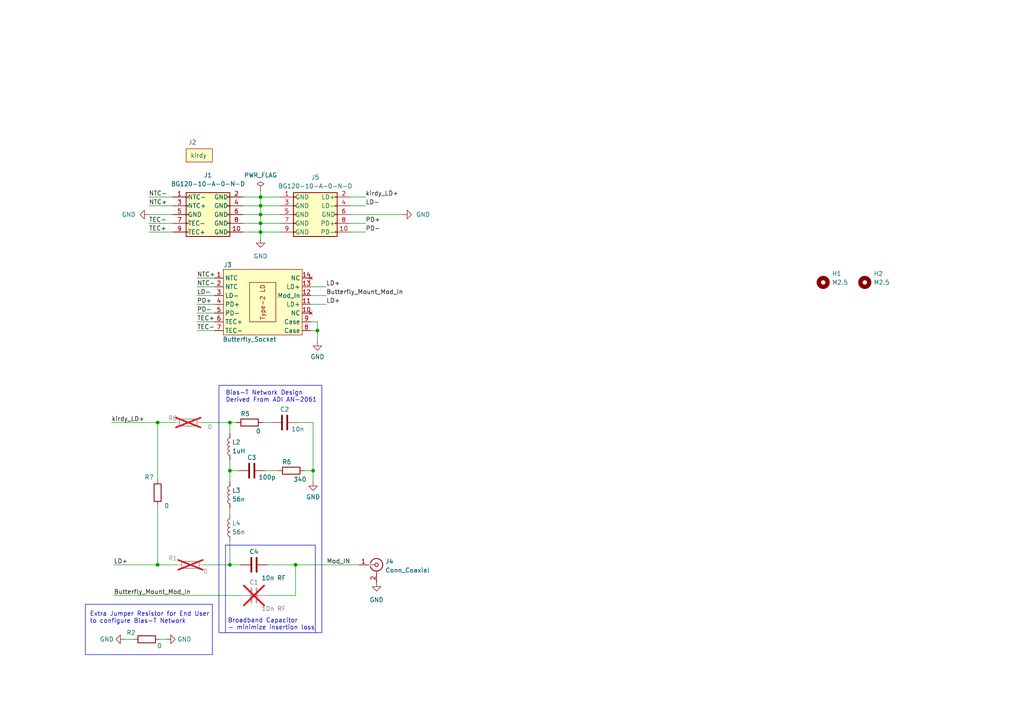
<source format=kicad_sch>
(kicad_sch (version 20230121) (generator eeschema)
  (paper "A4")
  (title_block (title "kirdy_adapter_type_2_LD") (date "2023-11-14") (rev "rev0_1") (company "M-Labs Limited"))
  (lib_symbols
    (symbol "Connector:Conn_Coaxial" (pin_names (offset 1.016) hide)
      (property "Reference" "J" (at 0.254 3.048 0))
      (property "Value" "Conn_Coaxial" (at 2.921 0 90))
      (symbol "Conn_Coaxial_0_1"
        (arc (start -1.778 -0.508) (mid 0.2311 -1.8066) (end 1.778 0) (stroke (width 0.254)))
        (polyline (pts (xy -2.54 0) (xy -0.508 0)))
        (polyline (pts (xy 0 -2.54) (xy 0 -1.778)))
        (circle (center 0 0) (radius 0.508) (stroke (width 0.2032)))
        (arc (start 1.778 0) (mid 0.2099 1.8101) (end -1.778 0.508) (stroke (width 0.254)))
      )
      (symbol "Conn_Coaxial_1_1"
        (pin passive line (at -5.08 0 0) (length 2.54) (name "In") (number "1"))
        (pin passive line (at 0 -5.08 90) (length 2.54) (name "Ext") (number "2"))
      )
    )
    (symbol "Device:C" (pin_numbers hide) (pin_names (offset 0.254))
      (property "Reference" "C" (at 0.635 2.54 0))
      (property "Value" "C" (at 0.635 -2.54 0))
      (symbol "C_0_1"
        (polyline (pts (xy -2.032 -0.762) (xy 2.032 -0.762)) (stroke (width 0.508)))
        (polyline (pts (xy -2.032 0.762) (xy 2.032 0.762)) (stroke (width 0.508)))
      )
      (symbol "C_1_1"
        (pin passive line (at 0 3.81 270) (length 2.794) (name "~") (number "1"))
        (pin passive line (at 0 -3.81 90) (length 2.794) (name "~") (number "2"))
      )
    )
    (symbol "Device:L" (pin_numbers hide) (pin_names (offset 1.016) hide)
      (property "Reference" "L" (at -1.27 0 90))
      (property "Value" "L" (at 1.905 0 90))
      (symbol "L_0_1"
        (arc (start 0 -2.54) (mid 0.6323 -1.905) (end 0 -1.27))
        (arc (start 0 -1.27) (mid 0.6323 -0.635) (end 0 0))
        (arc (start 0 0) (mid 0.6323 0.635) (end 0 1.27))
        (arc (start 0 1.27) (mid 0.6323 1.905) (end 0 2.54))
      )
      (symbol "L_1_1"
        (pin passive line (at 0 3.81 270) (length 1.27) (name "1") (number "1"))
        (pin passive line (at 0 -3.81 90) (length 1.27) (name "2") (number "2"))
      )
    )
    (symbol "Device:R" (pin_numbers hide) (pin_names (offset 0))
      (property "Reference" "R" (at 2.032 0 90))
      (property "Value" "R" (at 0 0 90))
      (symbol "R_0_1"
        (rectangle (start -1.016 -2.54) (end 1.016 2.54) (stroke (width 0.254)))
      )
      (symbol "R_1_1"
        (pin passive line (at 0 3.81 270) (length 1.27) (name "~") (number "1"))
        (pin passive line (at 0 -3.81 90) (length 1.27) (name "~") (number "2"))
      )
    )
    (symbol "Mechanical:MountingHole" (pin_names (offset 1.016))
      (property "Reference" "H" (at 0 5.08 0))
      (property "Value" "MountingHole" (at 0 3.175 0))
      (symbol "MountingHole_0_1"
        (circle (center 0 0) (radius 1.27) (stroke (width 1.27)))
      )
    )
    (symbol "kirdy_adapter:butterfly_socket_type_2"
      (property "Reference" "J" (at 1.27 1.27 0))
      (property "Value" "Butterfly_Socket" (at 7.62 -20.32 0))
      (symbol "butterfly_socket_type_2_1_1"
        (rectangle (start 0 0) (end 22.86 -19.05) (fill (type background)))
        (rectangle (start 7.62 -3.81) (end 15.24 -15.24))
        (text "Type-2 LD" (at 11.43 -9.525 900) (effects (font (size 1.27 1.27))))
        (pin input line (at -2.54 -2.54 0) (length 2.54) (name "NTC") (number "1"))
        (pin no_connect line (at 25.4 -12.7 180) (length 2.54) (name "NC") (number "10"))
        (pin passive line (at 25.4 -10.16 180) (length 2.54) (name "LD+") (number "11"))
        (pin passive line (at 25.4 -7.62 180) (length 2.54) (name "Mod_In") (number "12"))
        (pin passive line (at 25.4 -5.08 180) (length 2.54) (name "LD+") (number "13"))
        (pin no_connect line (at 25.4 -2.54 180) (length 2.54) (name "NC") (number "14"))
        (pin input line (at -2.54 -5.08 0) (length 2.54) (name "NTC") (number "2"))
        (pin input line (at -2.54 -7.62 0) (length 2.54) (name "LD-") (number "3"))
        (pin input line (at -2.54 -10.16 0) (length 2.54) (name "PD+") (number "4"))
        (pin input line (at -2.54 -12.7 0) (length 2.54) (name "PD-") (number "5"))
        (pin passive line (at -2.54 -15.24 0) (length 2.54) (name "TEC+") (number "6"))
        (pin passive line (at -2.54 -17.78 0) (length 2.54) (name "TEC-") (number "7"))
        (pin passive line (at 25.4 -17.78 180) (length 2.54) (name "Case") (number "8"))
        (pin passive line (at 25.4 -15.24 180) (length 2.54) (name "Case") (number "9"))
      )
    )
    (symbol "kirdy_adapter:kirdy_3d_model"
      (property "Reference" "J" (at 1.27 1.27 0))
      (property "Value" "kirdy" (at 3.81 -1.905 0))
      (symbol "kirdy_3d_model_1_1"
        (rectangle (start 0 0) (end 7.62 -3.81) (fill (type background)))
      )
    )
    (symbol "kirdy_adapter:kirdy_socket_1"
      (property "Reference" "J" (at 5.08 2.54 0))
      (property "Value" "BG120-10-A-0-N-D" (at 10.16 -12.7 0))
      (symbol "kirdy_socket_1_1_1"
        (rectangle (start 3.81 -10.033) (end 4.445 -10.287) (stroke (width 0.1524)))
        (rectangle (start 3.81 -7.493) (end 4.445 -7.747) (stroke (width 0.1524)))
        (rectangle (start 3.81 -4.953) (end 4.445 -5.207) (stroke (width 0.1524)))
        (rectangle (start 3.81 -2.413) (end 4.445 -2.667) (stroke (width 0.1524)))
        (rectangle (start 3.81 0.127) (end 4.445 -0.127) (stroke (width 0.1524)))
        (rectangle (start 3.81 1.27) (end 16.51 -11.43) (stroke (width 0.254)) (fill (type background)))
        (rectangle (start 15.875 -10.033) (end 16.51 -10.287) (stroke (width 0.1524)))
        (rectangle (start 15.875 -7.493) (end 16.51 -7.747) (stroke (width 0.1524)))
        (rectangle (start 15.875 -4.953) (end 16.51 -5.207) (stroke (width 0.1524)))
        (rectangle (start 15.875 -2.413) (end 16.51 -2.667) (stroke (width 0.1524)))
        (rectangle (start 15.875 0.127) (end 16.51 -0.127) (stroke (width 0.1524)))
        (pin passive line (at 0 0 0) (length 3.81) (name "NTC-") (number "1"))
        (pin passive line (at 20.32 -10.16 180) (length 3.81) (name "GND") (number "10"))
        (pin passive line (at 20.32 0 180) (length 3.81) (name "GND") (number "2"))
        (pin passive line (at 0 -2.54 0) (length 3.81) (name "NTC+") (number "3"))
        (pin passive line (at 20.32 -2.54 180) (length 3.81) (name "GND") (number "4"))
        (pin passive line (at 0 -5.08 0) (length 3.81) (name "GND") (number "5"))
        (pin passive line (at 20.32 -5.08 180) (length 3.81) (name "GND") (number "6"))
        (pin passive line (at 0 -7.62 0) (length 3.81) (name "TEC-") (number "7"))
        (pin passive line (at 20.32 -7.62 180) (length 3.81) (name "GND") (number "8"))
        (pin passive line (at 0 -10.16 0) (length 3.81) (name "TEC+") (number "9"))
      )
    )
    (symbol "kirdy_adapter:kirdy_socket_2"
      (property "Reference" "J" (at 5.08 2.54 0))
      (property "Value" "BG120-10-A-0-N-D" (at 10.16 -12.7 0))
      (symbol "kirdy_socket_2_1_1"
        (rectangle (start 3.81 -10.033) (end 4.445 -10.287) (stroke (width 0.1524)))
        (rectangle (start 3.81 -7.493) (end 4.445 -7.747) (stroke (width 0.1524)))
        (rectangle (start 3.81 -4.953) (end 4.445 -5.207) (stroke (width 0.1524)))
        (rectangle (start 3.81 -2.413) (end 4.445 -2.667) (stroke (width 0.1524)))
        (rectangle (start 3.81 0.127) (end 4.445 -0.127) (stroke (width 0.1524)))
        (rectangle (start 3.81 1.27) (end 16.51 -11.43) (stroke (width 0.254)) (fill (type background)))
        (rectangle (start 15.875 -10.033) (end 16.51 -10.287) (stroke (width 0.1524)))
        (rectangle (start 15.875 -7.493) (end 16.51 -7.747) (stroke (width 0.1524)))
        (rectangle (start 15.875 -4.953) (end 16.51 -5.207) (stroke (width 0.1524)))
        (rectangle (start 15.875 -2.413) (end 16.51 -2.667) (stroke (width 0.1524)))
        (rectangle (start 15.875 0.127) (end 16.51 -0.127) (stroke (width 0.1524)))
        (pin passive line (at 0 0 0) (length 3.81) (name "GND") (number "1"))
        (pin passive line (at 20.32 -10.16 180) (length 3.81) (name "PD-") (number "10"))
        (pin passive line (at 20.32 0 180) (length 3.81) (name "LD+") (number "2"))
        (pin passive line (at 0 -2.54 0) (length 3.81) (name "GND") (number "3"))
        (pin passive line (at 20.32 -2.54 180) (length 3.81) (name "LD-") (number "4"))
        (pin passive line (at 0 -5.08 0) (length 3.81) (name "GND") (number "5"))
        (pin passive line (at 20.32 -5.08 180) (length 3.81) (name "GND") (number "6"))
        (pin passive line (at 0 -7.62 0) (length 3.81) (name "GND") (number "7"))
        (pin passive line (at 20.32 -7.62 180) (length 3.81) (name "PD+") (number "8"))
        (pin passive line (at 0 -10.16 0) (length 3.81) (name "GND") (number "9"))
      )
    )
    (symbol "power:GND" (power) (pin_names (offset 0))
      (property "Value" "GND" (at 0 -3.81 0))
      (symbol "GND_0_1"
        (polyline (pts (xy 0 0) (xy 0 -1.27) (xy 1.27 -1.27) (xy 0 -2.54) (xy -1.27 -1.27) (xy 0 -1.27)))
      )
      (symbol "GND_1_1"
        (pin power_in line (at 0 0 270) (length 0) hide (name "GND") (number "1"))
      )
    )
    (symbol "power:PWR_FLAG" (power) (pin_numbers hide) (pin_names (offset 0) hide)
      (property "Value" "PWR_FLAG" (at 0 3.81 0))
      (symbol "PWR_FLAG_0_0"
        (pin power_out line (at 0 0 90) (length 0) (name "pwr") (number "1"))
      )
      (symbol "PWR_FLAG_0_1"
        (polyline (pts (xy 0 0) (xy 0 1.27) (xy -1.016 1.905) (xy 0 2.54) (xy 1.016 1.905) (xy 0 1.27)))
      )
    )
  )
  (junction (at 45.72 163.83))
  (junction (at 75.565 59.69))
  (junction (at 75.565 62.23))
  (junction (at 66.675 122.555))
  (junction (at 85.725 163.83))
  (junction (at 66.675 163.83))
  (junction (at 66.675 136.525))
  (junction (at 75.565 57.15))
  (junction (at 45.72 122.555))
  (junction (at 75.565 67.31))
  (junction (at 75.565 64.77))
  (junction (at 90.805 136.525))
  (junction (at 92.075 95.885))
  (wire (pts (xy 57.15 90.805) (xy 62.23 90.805)))
  (wire (pts (xy 45.72 163.83) (xy 51.435 163.83)))
  (wire (pts (xy 57.15 95.885) (xy 62.23 95.885)))
  (wire (pts (xy 75.565 67.31) (xy 81.28 67.31)))
  (wire (pts (xy 66.675 136.525) (xy 66.675 139.7)))
  (wire (pts (xy 75.565 67.31) (xy 70.485 67.31)))
  (wire (pts (xy 75.565 59.69) (xy 75.565 62.23)))
  (wire (pts (xy 66.675 147.32) (xy 66.675 149.225)))
  (wire (pts (xy 92.075 95.885) (xy 92.075 99.06)))
  (wire (pts (xy 33.02 172.72) (xy 69.85 172.72)))
  (wire (pts (xy 43.18 59.69) (xy 50.165 59.69)))
  (wire (pts (xy 75.565 62.23) (xy 75.565 64.77)))
  (wire (pts (xy 57.15 85.725) (xy 62.23 85.725)))
  (wire (pts (xy 86.36 122.555) (xy 90.805 122.555)))
  (wire (pts (xy 94.615 88.265) (xy 90.17 88.265)))
  (wire (pts (xy 106.045 57.15) (xy 101.6 57.15)))
  (wire (pts (xy 92.075 93.345) (xy 90.17 93.345)))
  (wire (pts (xy 66.675 156.845) (xy 66.675 163.83)))
  (wire (pts (xy 45.72 122.555) (xy 50.8 122.555)))
  (wire (pts (xy 48.26 185.42) (xy 46.355 185.42)))
  (wire (pts (xy 57.15 80.645) (xy 62.23 80.645)))
  (wire (pts (xy 77.47 163.83) (xy 85.725 163.83)))
  (wire (pts (xy 66.675 163.83) (xy 69.85 163.83)))
  (wire (pts (xy 85.725 172.72) (xy 85.725 163.83)))
  (wire (pts (xy 45.72 139.065) (xy 45.72 122.555)))
  (wire (pts (xy 94.615 83.185) (xy 90.17 83.185)))
  (wire (pts (xy 76.2 122.555) (xy 78.74 122.555)))
  (wire (pts (xy 75.565 59.69) (xy 81.28 59.69)))
  (wire (pts (xy 75.565 57.15) (xy 81.28 57.15)))
  (wire (pts (xy 116.84 62.23) (xy 101.6 62.23)))
  (wire (pts (xy 75.565 57.15) (xy 75.565 59.69)))
  (wire (pts (xy 75.565 69.215) (xy 75.565 67.31)))
  (wire (pts (xy 92.075 93.345) (xy 92.075 95.885)))
  (wire (pts (xy 106.045 64.77) (xy 101.6 64.77)))
  (wire (pts (xy 88.265 136.525) (xy 90.805 136.525)))
  (wire (pts (xy 75.565 55.245) (xy 75.565 57.15)))
  (wire (pts (xy 70.485 62.23) (xy 75.565 62.23)))
  (wire (pts (xy 57.15 83.185) (xy 62.23 83.185)))
  (wire (pts (xy 85.725 163.83) (xy 104.14 163.83)))
  (wire (pts (xy 106.045 67.31) (xy 101.6 67.31)))
  (wire (pts (xy 36.195 185.42) (xy 38.735 185.42)))
  (wire (pts (xy 69.215 136.525) (xy 66.675 136.525)))
  (wire (pts (xy 43.18 64.77) (xy 50.165 64.77)))
  (wire (pts (xy 94.615 85.725) (xy 90.17 85.725)))
  (wire (pts (xy 32.385 122.555) (xy 45.72 122.555)))
  (wire (pts (xy 43.18 62.23) (xy 50.165 62.23)))
  (wire (pts (xy 106.045 59.69) (xy 101.6 59.69)))
  (wire (pts (xy 45.72 146.685) (xy 45.72 163.83)))
  (wire (pts (xy 90.805 136.525) (xy 90.805 139.7)))
  (wire (pts (xy 70.485 57.15) (xy 75.565 57.15)))
  (wire (pts (xy 77.47 172.72) (xy 85.725 172.72)))
  (wire (pts (xy 58.42 122.555) (xy 66.675 122.555)))
  (wire (pts (xy 92.075 95.885) (xy 90.17 95.885)))
  (wire (pts (xy 90.805 122.555) (xy 90.805 136.525)))
  (wire (pts (xy 76.835 136.525) (xy 80.645 136.525)))
  (wire (pts (xy 59.055 163.83) (xy 66.675 163.83)))
  (wire (pts (xy 50.165 57.15) (xy 43.18 57.15)))
  (wire (pts (xy 57.15 93.345) (xy 62.23 93.345)))
  (wire (pts (xy 70.485 64.77) (xy 75.565 64.77)))
  (wire (pts (xy 57.15 88.265) (xy 62.23 88.265)))
  (wire (pts (xy 66.675 122.555) (xy 68.58 122.555)))
  (wire (pts (xy 43.18 67.31) (xy 50.165 67.31)))
  (wire (pts (xy 75.565 64.77) (xy 81.28 64.77)))
  (wire (pts (xy 66.675 122.555) (xy 66.675 125.73)))
  (wire (pts (xy 33.02 163.83) (xy 45.72 163.83)))
  (wire (pts (xy 75.565 62.23) (xy 81.28 62.23)))
  (wire (pts (xy 66.675 133.35) (xy 66.675 136.525)))
  (wire (pts (xy 70.485 59.69) (xy 75.565 59.69)))
  (wire (pts (xy 75.565 64.77) (xy 75.565 67.31)))
  (rectangle (start 65.405 158.115) (end 91.44 183.515))
  (rectangle (start 63.5 111.76) (end 93.345 183.515))
  (rectangle (start 24.765 175.26) (end 61.595 189.865))
  (text "Bias-T Network Design\nDerived From ADI AN-2061" (at 65.405 116.84 0) (effects (font (size 1.27 1.27)) (justify left bottom)))
  (text "Broadband Capacitor\n- minimize insertion loss" (at 66.04 182.88 0) (effects (font (size 1.27 1.27)) (justify left bottom)))
  (text "Extra Jumper Resistor for End User\nto configure Bias-T Network" (at 26.035 180.975 0) (effects (font (size 1.27 1.27)) (justify left bottom)))
  (label "LD-" (at 57.15 85.725 0))
  (label "TEC+" (at 43.18 67.31 0))
  (label "PD+" (at 106.045 64.77 0))
  (label "PD+" (at 57.15 88.265 0))
  (label "LD+" (at 94.615 88.265 0))
  (label "TEC-" (at 43.18 64.77 0))
  (label "kirdy_LD+" (at 32.385 122.555 0))
  (label "TEC+" (at 57.15 93.345 0))
  (label "Butterfly_Mount_Mod_In" (at 94.615 85.725 0))
  (label "Butterfly_Mount_Mod_In" (at 33.02 172.72 0))
  (label "LD+" (at 94.615 83.185 0))
  (label "NTC+" (at 43.18 59.69 0))
  (label "NTC-" (at 57.15 83.185 0))
  (label "Mod_IN" (at 101.6 163.83 180))
  (label "PD-" (at 106.045 67.31 0))
  (label "kirdy_LD+" (at 106.045 57.15 0))
  (label "NTC-" (at 43.18 57.15 0))
  (label "LD+" (at 33.02 163.83 0))
  (label "TEC-" (at 57.15 95.885 0))
  (label "PD-" (at 57.15 90.805 0))
  (label "LD-" (at 106.045 59.69 0))
  (label "NTC+" (at 57.15 80.645 0))
  (symbol (lib_id "Mechanical:MountingHole") (at 238.76 81.915 0) (unit 1)
    (property "Reference" "H1" (at 241.3 79.375 0) (effects (justify left)))
    (property "Value" "M2.5" (at 241.3 81.915 0) (effects (justify left)))
    (property "Footprint" "MountingHole:MountingHole_2.7mm_M2.5" (effects hide))
  )
  (symbol (lib_id "Device:C") (at 73.66 172.72 90) (unit 1) (dnp yes)
    (property "Reference" "C1" (at 73.66 168.91 90))
    (property "Value" "10n RF" (at 79.375 176.53 90))
    (property "Footprint" "Capacitor_SMD:C_0402_1005Metric" (effects hide))
    (property "MFR_PN" "560L104YTRB" (effects hide))
  )
  (symbol (lib_id "Mechanical:MountingHole") (at 250.825 81.915 0) (unit 1)
    (property "Reference" "H2" (at 253.365 79.375 0) (effects (justify left)))
    (property "Value" "M2.5" (at 253.365 81.915 0) (effects (justify left)))
    (property "Footprint" "MountingHole:MountingHole_2.7mm_M2.5" (effects hide))
  )
  (symbol (lib_id "power:GND") (at 92.075 99.06 0) (unit 1)
    (property "Reference" "#PWR04" (effects hide))
    (property "Value" "GND" (at 92.075 103.505 0))
  )
  (symbol (lib_id "kirdy_adapter:butterfly_socket_type_2") (at 64.77 78.105 0) (unit 1)
    (property "Reference" "J3" (at 66.04 76.835 0))
    (property "Value" "Butterfly_Socket" (at 72.39 98.425 0))
    (property "Footprint" "laserSocket:Butterfly_Socket" (effects hide))
    (property "Datasheet" "https://m.tb.cn/h.5QDXYK1?tk=wr4mW3e8DlQ" (effects hide))
    (property "MFR_PN" "https://m.tb.cn/h.5QDXYK1?tk=wr4mW3e8DlQ" (effects hide))
    (property "MFR_PN_ALT" "Open on Mobile Version of Taobao. Communuicate with the vendor for customized part." (effects hide))
  )
  (symbol (lib_id "kirdy_adapter:kirdy_3d_model") (at 53.975 43.18 0) (unit 1)
    (property "Reference" "J2" (at 54.61 41.275 0) (effects (justify left)))
    (property "Value" "kirdy" (at 55.245 45.085 0) (effects (justify left)))
    (property "Footprint" "laserSocket:kirdy_socket" (effects hide))
    (property "MFR_PN" "kirdy" (effects hide))
  )
  (symbol (lib_id "Device:R") (at 54.61 122.555 90) (unit 1) (dnp yes)
    (property "Reference" "R8" (at 51.435 121.285 90) (effects (justify left)))
    (property "Value" "0" (at 61.595 123.825 90) (effects (justify left)))
    (property "Footprint" "Resistor_SMD:R_0805_2012Metric" (effects hide))
    (property "MFR_PN" "RCA08050000ZSEA" (effects hide))
  )
  (symbol (lib_id "kirdy_adapter:kirdy_socket_1") (at 50.165 57.15 0) (unit 1)
    (property "Reference" "J1" (at 60.325 50.8 0))
    (property "Value" "BG120-10-A-0-N-D" (at 60.325 53.34 0))
    (property "Footprint" "laserSocket:BG120-10-A-0-N-D" (effects hide))
    (property "MFR_PN" "BG120-10-A-0-N-D" (effects hide))
  )
  (symbol (lib_id "Device:C") (at 82.55 122.555 90) (unit 1)
    (property "Reference" "C2" (at 82.55 118.745 90))
    (property "Value" "10n" (at 86.36 124.46 90))
    (property "Footprint" "Capacitor_SMD:C_0402_1005Metric" (effects hide))
    (property "MFR_PN" "C1005X7S2A103K050BB" (effects hide))
  )
  (symbol (lib_id "power:GND") (at 116.84 62.23 90) (unit 1)
    (property "Reference" "#PWR05" (effects hide))
    (property "Value" "GND" (at 120.65 62.23 90) (effects (justify right)))
  )
  (symbol (lib_id "Device:L") (at 66.675 143.51 180) (unit 1)
    (property "Reference" "L3" (at 67.31 142.24 0) (effects (justify right)))
    (property "Value" "56n" (at 67.31 144.78 0) (effects (justify right)))
    (property "Footprint" "Inductor_SMD:L_0402_1005Metric" (effects hide))
    (property "MFR_PN" "0402DF-560XJRW" (effects hide))
  )
  (symbol (lib_id "Device:L") (at 66.675 153.035 180) (unit 1)
    (property "Reference" "L4" (at 67.31 151.765 0) (effects (justify right)))
    (property "Value" "56n" (at 67.31 154.305 0) (effects (justify right)))
    (property "Footprint" "Inductor_SMD:L_0402_1005Metric" (effects hide))
    (property "MFR_PN" "0402DF-560XJRW" (effects hide))
  )
  (symbol (lib_id "power:GND") (at 36.195 185.42 270) (unit 1)
    (property "Reference" "#PWR07" (effects hide))
    (property "Value" "GND" (at 33.02 185.42 90) (effects (justify right)))
  )
  (symbol (lib_id "kirdy_adapter:kirdy_socket_2") (at 81.28 57.15 0) (unit 1)
    (property "Reference" "J5" (at 91.44 51.435 0))
    (property "Value" "BG120-10-A-0-N-D" (at 91.44 53.975 0))
    (property "Footprint" "laserSocket:BG120-10-A-0-N-D" (effects hide))
    (property "MFR_PN" "BG120-10-A-0-N-D" (effects hide))
  )
  (symbol (lib_id "Device:R") (at 84.455 136.525 90) (unit 1)
    (property "Reference" "R6" (at 83.185 133.985 90))
    (property "Value" "340" (at 86.995 139.065 90))
    (property "Footprint" "Resistor_SMD:R_0402_1005Metric" (effects hide))
    (property "MFR_PN" "ERA-2AEB3400X " (effects hide))
  )
  (symbol (lib_id "power:GND") (at 75.565 69.215 0) (unit 1)
    (property "Reference" "#PWR03" (effects hide))
    (property "Value" "GND" (at 75.565 74.295 0))
  )
  (symbol (lib_id "Device:R") (at 72.39 122.555 90) (unit 1)
    (property "Reference" "R5" (at 71.12 120.015 90))
    (property "Value" "0" (at 74.93 125.095 90))
    (property "Footprint" "Resistor_SMD:R_0402_1005Metric" (effects hide))
    (property "MFR_PN" "ERJ-2GE0R00X " (effects hide))
  )
  (symbol (lib_id "Device:C") (at 73.025 136.525 90) (unit 1)
    (property "Reference" "C3" (at 73.025 132.715 90))
    (property "Value" "100p" (at 77.47 138.43 90))
    (property "Footprint" "Capacitor_SMD:C_0402_1005Metric" (effects hide))
    (property "MFR_PN" "CC0402JRNPO9BN101" (effects hide))
  )
  (symbol (lib_id "power:GND") (at 109.22 168.91 0) (unit 1)
    (property "Reference" "#PWR02" (effects hide))
    (property "Value" "GND" (at 109.22 173.99 0))
  )
  (symbol (lib_id "power:GND") (at 90.805 139.7 0) (unit 1)
    (property "Reference" "#PWR06" (effects hide))
    (property "Value" "GND" (at 90.805 144.145 0))
  )
  (symbol (lib_id "Device:R") (at 55.245 163.83 90) (unit 1) (dnp yes)
    (property "Reference" "R1" (at 51.435 161.925 90) (effects (justify left)))
    (property "Value" "0" (at 60.325 165.735 90) (effects (justify left)))
    (property "Footprint" "Resistor_SMD:R_0805_2012Metric" (effects hide))
    (property "MFR_PN" "RCA08050000ZSEA" (effects hide))
  )
  (symbol (lib_id "power:GND") (at 43.18 62.23 270) (unit 1)
    (property "Reference" "#PWR01" (effects hide))
    (property "Value" "GND" (at 39.37 62.23 90) (effects (justify right)))
  )
  (symbol (lib_id "Device:R") (at 45.72 142.875 0) (unit 1)
    (property "Reference" "R7" (at 41.91 138.43 0) (effects (justify left)))
    (property "Value" "0" (at 47.625 146.685 0) (effects (justify left)))
    (property "Footprint" "Resistor_SMD:R_0805_2012Metric" (effects hide))
    (property "MFR_PN" "RCA08050000ZSEA" (effects hide))
  )
  (symbol (lib_id "Device:L") (at 66.675 129.54 180) (unit 1)
    (property "Reference" "L2" (at 67.31 128.27 0) (effects (justify right)))
    (property "Value" "1uH" (at 67.31 130.81 0) (effects (justify right)))
    (property "Footprint" "Inductor_SMD:L_0805_2012Metric" (effects hide))
    (property "MFR_PN" "0805LS-102XJRC" (effects hide))
  )
  (symbol (lib_id "Device:C") (at 73.66 163.83 90) (unit 1)
    (property "Reference" "C4" (at 73.66 160.02 90))
    (property "Value" "10n RF" (at 79.375 167.64 90))
    (property "Footprint" "Capacitor_SMD:C_0402_1005Metric" (effects hide))
    (property "MFR_PN" "520L103KT16T" (effects hide))
  )
  (symbol (lib_id "Device:R") (at 42.545 185.42 90) (unit 1)
    (property "Reference" "R2" (at 39.37 183.515 90) (effects (justify left)))
    (property "Value" "0" (at 46.99 187.325 90) (effects (justify left)))
    (property "Footprint" "Resistor_SMD:R_0805_2012Metric" (effects hide))
    (property "MFR_PN" "RCA08050000ZSEA" (effects hide))
  )
  (symbol (lib_id "power:GND") (at 48.26 185.42 90) (unit 1)
    (property "Reference" "#PWR08" (effects hide))
    (property "Value" "GND" (at 51.435 185.42 90) (effects (justify right)))
  )
  (symbol (lib_id "power:PWR_FLAG") (at 75.565 55.245 0) (unit 1)
    (property "Reference" "#FLG01" (effects hide))
    (property "Value" "PWR_FLAG" (at 75.565 50.8 0))
  )
  (symbol (lib_id "Connector:Conn_Coaxial") (at 109.22 163.83 0) (unit 1)
    (property "Reference" "J4" (at 111.76 162.8531 0) (effects (justify left)))
    (property "Value" "Conn_Coaxial" (at 111.76 165.3931 0) (effects (justify left)))
    (property "Footprint" "Connector_Coaxial:SMA_Amphenol_132289_EdgeMount" (effects hide))
    (property "Datasheet" " ~" (effects hide))
    (property "MFR_PN" "132289" (effects hide))
  )
)
</source>
